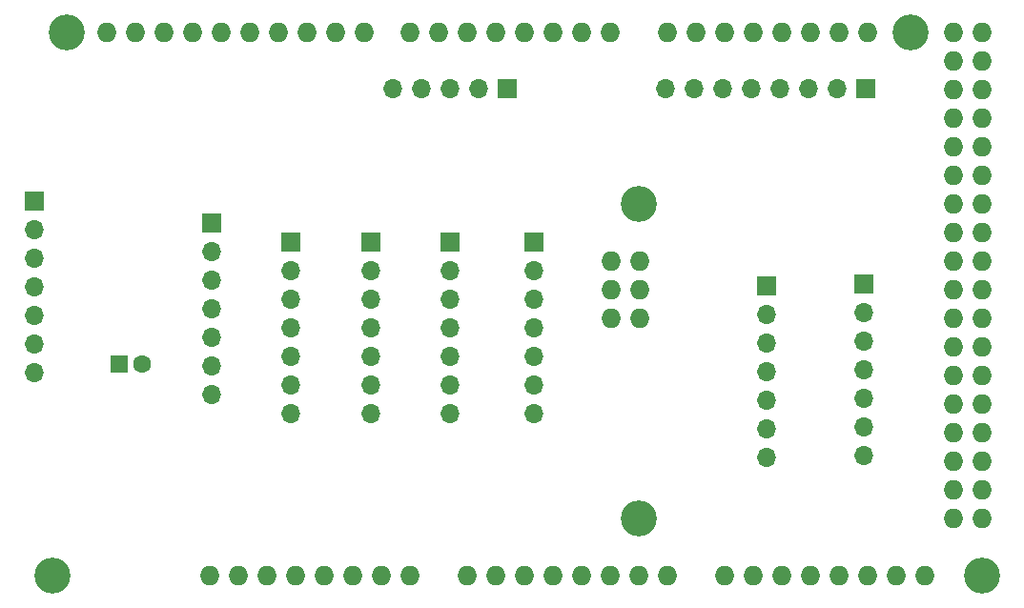
<source format=gbr>
%TF.GenerationSoftware,KiCad,Pcbnew,(5.1.10)-1*%
%TF.CreationDate,2022-02-23T23:36:43+01:00*%
%TF.ProjectId,E-nose,452d6e6f-7365-42e6-9b69-6361645f7063,rev?*%
%TF.SameCoordinates,Original*%
%TF.FileFunction,Soldermask,Top*%
%TF.FilePolarity,Negative*%
%FSLAX46Y46*%
G04 Gerber Fmt 4.6, Leading zero omitted, Abs format (unit mm)*
G04 Created by KiCad (PCBNEW (5.1.10)-1) date 2022-02-23 23:36:43*
%MOMM*%
%LPD*%
G01*
G04 APERTURE LIST*
%ADD10O,1.727200X1.727200*%
%ADD11C,3.200000*%
%ADD12R,1.600000X1.600000*%
%ADD13C,1.600000*%
%ADD14R,1.700000X1.700000*%
%ADD15O,1.700000X1.700000*%
G04 APERTURE END LIST*
D10*
%TO.C,XA1*%
X166179500Y-85140800D03*
X168719500Y-85140800D03*
X168719500Y-82600800D03*
X166179500Y-82600800D03*
X168719500Y-80060800D03*
X153352500Y-108000800D03*
X148272500Y-108000800D03*
X145732500Y-108000800D03*
X143192500Y-108000800D03*
X140652500Y-108000800D03*
X138112500Y-108000800D03*
X135572500Y-108000800D03*
X133032500Y-108000800D03*
X188912500Y-59740800D03*
X186372500Y-59740800D03*
X183832500Y-59740800D03*
X181292500Y-59740800D03*
X178752500Y-59740800D03*
X176212500Y-59740800D03*
X173672500Y-59740800D03*
X171132500Y-59740800D03*
X166052500Y-59740800D03*
X163512500Y-59740800D03*
X160972500Y-59740800D03*
X158432500Y-59740800D03*
X155892500Y-59740800D03*
X153352500Y-59740800D03*
X150812500Y-59740800D03*
X148272500Y-59740800D03*
X128968500Y-59740800D03*
X144208500Y-59740800D03*
X141668500Y-59740800D03*
X139128500Y-59740800D03*
D11*
X168592500Y-102920800D03*
X168592500Y-74980800D03*
X192722500Y-59740800D03*
X117792500Y-59740800D03*
X199072500Y-108000800D03*
X116522500Y-108000800D03*
D10*
X121348500Y-59740800D03*
X123888500Y-59740800D03*
X126428500Y-59740800D03*
X131508500Y-59740800D03*
X134048500Y-59740800D03*
X136588500Y-59740800D03*
X130492500Y-108000800D03*
X155892500Y-108000800D03*
X158432500Y-108000800D03*
X160972500Y-108000800D03*
X163512500Y-108000800D03*
X166052500Y-108000800D03*
X168592500Y-108000800D03*
X171132500Y-108000800D03*
X176212500Y-108000800D03*
X178752500Y-108000800D03*
X181292500Y-108000800D03*
X183832500Y-108000800D03*
X186372500Y-108000800D03*
X188912500Y-108000800D03*
X191452500Y-108000800D03*
X193992500Y-108000800D03*
X196532500Y-59740800D03*
X199072500Y-59740800D03*
X196532500Y-62280800D03*
X199072500Y-62280800D03*
X196532500Y-64820800D03*
X199072500Y-64820800D03*
X196532500Y-67360800D03*
X199072500Y-67360800D03*
X196532500Y-69900800D03*
X199072500Y-69900800D03*
X196532500Y-72440800D03*
X199072500Y-72440800D03*
X196532500Y-74980800D03*
X199072500Y-74980800D03*
X196532500Y-77520800D03*
X199072500Y-77520800D03*
X196532500Y-80060800D03*
X199072500Y-80060800D03*
X196532500Y-82600800D03*
X199072500Y-82600800D03*
X196532500Y-85140800D03*
X199072500Y-85140800D03*
X196532500Y-87680800D03*
X199072500Y-87680800D03*
X196532500Y-90220800D03*
X199072500Y-90220800D03*
X196532500Y-92760800D03*
X199072500Y-92760800D03*
X196532500Y-95300800D03*
X199072500Y-95300800D03*
X196532500Y-97840800D03*
X199072500Y-97840800D03*
X196532500Y-100380800D03*
X199072500Y-100380800D03*
X196532500Y-102920800D03*
X199072500Y-102920800D03*
X166179500Y-80060800D03*
%TD*%
D12*
%TO.C,C1*%
X122466100Y-89230200D03*
D13*
X124466100Y-89230200D03*
%TD*%
D14*
%TO.C,MD1*%
X114896900Y-74752200D03*
D15*
X114896900Y-77292200D03*
X114896900Y-79832200D03*
X114896900Y-82372200D03*
X114896900Y-84912200D03*
X114896900Y-87452200D03*
X114896900Y-89992200D03*
%TD*%
%TO.C,MD2*%
X130657600Y-91909900D03*
X130657600Y-89369900D03*
X130657600Y-86829900D03*
X130657600Y-84289900D03*
X130657600Y-81749900D03*
X130657600Y-79209900D03*
D14*
X130657600Y-76669900D03*
%TD*%
%TO.C,MD3*%
X137668000Y-78409800D03*
D15*
X137668000Y-80949800D03*
X137668000Y-83489800D03*
X137668000Y-86029800D03*
X137668000Y-88569800D03*
X137668000Y-91109800D03*
X137668000Y-93649800D03*
%TD*%
D14*
%TO.C,MD4*%
X144792700Y-78346300D03*
D15*
X144792700Y-80886300D03*
X144792700Y-83426300D03*
X144792700Y-85966300D03*
X144792700Y-88506300D03*
X144792700Y-91046300D03*
X144792700Y-93586300D03*
%TD*%
%TO.C,MD5*%
X151866600Y-93586300D03*
X151866600Y-91046300D03*
X151866600Y-88506300D03*
X151866600Y-85966300D03*
X151866600Y-83426300D03*
X151866600Y-80886300D03*
D14*
X151866600Y-78346300D03*
%TD*%
%TO.C,MD6*%
X159308800Y-78397100D03*
D15*
X159308800Y-80937100D03*
X159308800Y-83477100D03*
X159308800Y-86017100D03*
X159308800Y-88557100D03*
X159308800Y-91097100D03*
X159308800Y-93637100D03*
%TD*%
%TO.C,MD7*%
X179959000Y-97472500D03*
X179959000Y-94932500D03*
X179959000Y-92392500D03*
X179959000Y-89852500D03*
X179959000Y-87312500D03*
X179959000Y-84772500D03*
D14*
X179959000Y-82232500D03*
%TD*%
%TO.C,MD8*%
X188556900Y-82080100D03*
D15*
X188556900Y-84620100D03*
X188556900Y-87160100D03*
X188556900Y-89700100D03*
X188556900Y-92240100D03*
X188556900Y-94780100D03*
X188556900Y-97320100D03*
%TD*%
D14*
%TO.C,T1*%
X156959300Y-64782700D03*
D15*
X154419300Y-64782700D03*
X151879300Y-64782700D03*
X149339300Y-64782700D03*
X146799300Y-64782700D03*
%TD*%
D14*
%TO.C,U3*%
X188785500Y-64782700D03*
D15*
X186245500Y-64782700D03*
X183705500Y-64782700D03*
X181165500Y-64782700D03*
X178625500Y-64782700D03*
X176085500Y-64782700D03*
X173545500Y-64782700D03*
X171005500Y-64782700D03*
%TD*%
M02*

</source>
